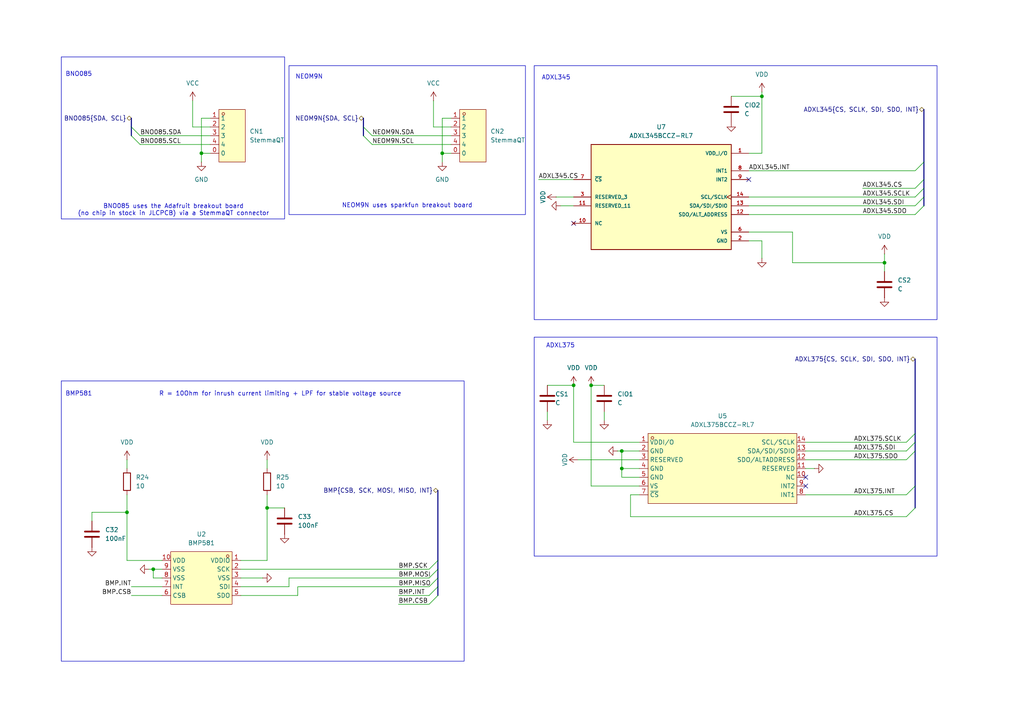
<source format=kicad_sch>
(kicad_sch (version 20250114) (generator "eeschema") (generator_version "9.0")
  (paper "A4")
  (lib_symbols
    (symbol "Device:C" (pin_numbers (hide yes)) (pin_names (offset 0.254))
      (property "Reference" "C" (at 0.635 2.54 0))
      (property "Value" "C" (at 0.635 -2.54 0))
      (symbol "C_0_1"
        (polyline (pts (xy -2.032 0.762) (xy 2.032 0.762)) (stroke (width 0.508)))
        (polyline (pts (xy -2.032 -0.762) (xy 2.032 -0.762)) (stroke (width 0.508)))
      )
      (symbol "C_1_1"
        (pin passive line (at 0 3.81 270) (length 2.794) (name "~") (number "1"))
        (pin passive line (at 0 -3.81 90) (length 2.794) (name "~") (number "2"))
      )
    )
    (symbol "Device:R" (pin_numbers (hide yes)) (pin_names (offset 0))
      (property "Reference" "R" (at 2.032 0 90))
      (property "Value" "R" (at 0 0 90))
      (symbol "R_0_1"
        (rectangle (start -1.016 -2.54) (end 1.016 2.54) (stroke (width 0.254)))
      )
      (symbol "R_1_1"
        (pin passive line (at 0 3.81 270) (length 1.27) (name "~") (number "1"))
        (pin passive line (at 0 -3.81 90) (length 1.27) (name "~") (number "2"))
      )
    )
    (symbol "aerolotl_custom:ADXL345BCCZ-RL7" (pin_names (offset 1.016))
      (property "Reference" "U" (at -20.32 15.748 0))
      (property "Value" "ADXL345BCCZ-RL7" (at -20.32 -17.78 0))
      (symbol "ADXL345BCCZ-RL7_0_0"
        (rectangle (start -20.32 -15.24) (end 20.32 15.24) (stroke (width 0.254)) (fill (type background)))
        (pin input line (at -25.4 5.08 0) (length 5.08) (name "~{CS}") (number "7"))
        (pin passive line (at -25.4 0 0) (length 5.08) (name "RESERVED_3") (number "3"))
        (pin passive line (at -25.4 -2.54 0) (length 5.08) (name "RESERVED_11") (number "11"))
        (pin no_connect line (at -25.4 -7.62 0) (length 5.08) (name "NC") (number "10"))
        (pin power_in line (at 25.4 12.7 180) (length 5.08) (name "VDD_I/O") (number "1"))
        (pin output line (at 25.4 7.62 180) (length 5.08) (name "INT1") (number "8"))
        (pin output line (at 25.4 5.08 180) (length 5.08) (name "INT2") (number "9"))
        (pin bidirectional clock (at 25.4 0 180) (length 5.08) (name "SCL/SCLK") (number "14"))
        (pin bidirectional line (at 25.4 -2.54 180) (length 5.08) (name "SDA/SDI/SDIO") (number "13"))
        (pin output line (at 25.4 -5.08 180) (length 5.08) (name "SDO/ALT_ADDRESS") (number "12"))
        (pin power_in line (at 25.4 -10.16 180) (length 5.08) (name "VS") (number "6"))
        (pin power_in line (at 25.4 -12.7 180) (length 5.08) (name "GND") (number "2"))
        (pin power_in line (at 25.4 -12.7 180) (length 5.08) (hide yes) (name "GND") (number "4"))
        (pin power_in line (at 25.4 -12.7 180) (length 5.08) (hide yes) (name "GND") (number "5"))
      )
    )
    (symbol "aerolotl_custom:ADXL375BCCZ-RL7"
      (property "Reference" "U" (at 0 12.7 0))
      (property "Value" "ADXL375BCCZ-RL7" (at 0 -12.7 0))
      (symbol "ADXL375BCCZ-RL7_0_1"
        (rectangle (start -21.59 10.16) (end 21.59 -10.16) (fill (type background)))
        (circle (center -20.32 8.89) (radius 0.38))
        (pin unspecified line (at -24.13 7.62 0) (length 2.54) (name "VDDI/O") (number "1"))
        (pin unspecified line (at -24.13 5.08 0) (length 2.54) (name "GND") (number "2"))
        (pin unspecified line (at -24.13 2.54 0) (length 2.54) (name "RESERVED") (number "3"))
        (pin unspecified line (at -24.13 0 0) (length 2.54) (name "GND") (number "4"))
        (pin unspecified line (at -24.13 -2.54 0) (length 2.54) (name "GND") (number "5"))
        (pin unspecified line (at -24.13 -5.08 0) (length 2.54) (name "VS") (number "6"))
        (pin unspecified line (at -24.13 -7.62 0) (length 2.54) (name "~{CS}") (number "7"))
        (pin unspecified line (at 24.13 7.62 180) (length 2.54) (name "SCL/SCLK") (number "14"))
        (pin unspecified line (at 24.13 5.08 180) (length 2.54) (name "SDA/SDI/SDIO") (number "13"))
        (pin unspecified line (at 24.13 2.54 180) (length 2.54) (name "SDO/ALTADDRESS") (number "12"))
        (pin unspecified line (at 24.13 0 180) (length 2.54) (name "RESERVED") (number "11"))
        (pin unspecified line (at 24.13 -2.54 180) (length 2.54) (name "NC") (number "10"))
        (pin unspecified line (at 24.13 -5.08 180) (length 2.54) (name "INT2") (number "9"))
        (pin unspecified line (at 24.13 -7.62 180) (length 2.54) (name "INT1") (number "8"))
      )
    )
    (symbol "aerolotl_custom:BMP581"
      (property "Reference" "U" (at 0 10.16 0))
      (property "Value" "BMP581" (at 0 -10.16 0))
      (symbol "BMP581_0_1"
        (rectangle (start -8.89 7.62) (end 8.89 -7.62) (fill (type background)))
        (circle (center -7.62 6.35) (radius 0.38))
        (pin unspecified line (at -11.43 5.08 0) (length 2.54) (name "VDDIO") (number "1"))
        (pin unspecified line (at -11.43 2.54 0) (length 2.54) (name "SCK") (number "2"))
        (pin unspecified line (at -11.43 0 0) (length 2.54) (name "VSS") (number "3"))
        (pin unspecified line (at -11.43 -2.54 0) (length 2.54) (name "SDI") (number "4"))
        (pin unspecified line (at -11.43 -5.08 0) (length 2.54) (name "SDO") (number "5"))
        (pin unspecified line (at 11.43 5.08 180) (length 2.54) (name "VDD") (number "10"))
        (pin unspecified line (at 11.43 2.54 180) (length 2.54) (name "VSS") (number "9"))
        (pin unspecified line (at 11.43 0 180) (length 2.54) (name "VSS") (number "8"))
        (pin unspecified line (at 11.43 -2.54 180) (length 2.54) (name "INT") (number "7"))
        (pin unspecified line (at 11.43 -5.08 180) (length 2.54) (name "CSB") (number "6"))
      )
    )
    (symbol "aerolotl_custom:StemmaQT"
      (property "Reference" "CN" (at 0 10.16 0))
      (property "Value" "StemmaQT" (at 0 -10.16 0))
      (symbol "StemmaQT_0_1"
        (rectangle (start -2.54 7.62) (end 5.08 -7.62) (fill (type background)))
        (circle (center -1.27 6.35) (radius 0.38))
        (pin unspecified line (at -5.08 5.08 0) (length 2.54) (name "1") (number "1"))
        (pin unspecified line (at -5.08 2.54 0) (length 2.54) (name "2") (number "2"))
        (pin unspecified line (at -5.08 0 0) (length 2.54) (name "3") (number "3"))
        (pin unspecified line (at -5.08 -2.54 0) (length 2.54) (name "4") (number "4"))
        (pin unspecified line (at -5.08 -5.08 0) (length 2.54) (name "0") (number "0"))
      )
    )
    (symbol "power:GND" (power) (pin_numbers (hide yes)) (pin_names (offset 0) (hide yes))
      (property "Value" "GND" (at 0 -3.81 0))
      (symbol "GND_0_1"
        (polyline (pts (xy 0 0) (xy 0 -1.27) (xy 1.27 -1.27) (xy 0 -2.54) (xy -1.27 -1.27) (xy 0 -1.27)))
      )
      (symbol "GND_1_1"
        (pin power_in line (at 0 0 270) (length 0) (name "~") (number "1"))
      )
    )
    (symbol "power:VCC" (power) (pin_numbers (hide yes)) (pin_names (offset 0) (hide yes))
      (property "Value" "VCC" (at 0 3.556 0))
      (symbol "VCC_0_1"
        (polyline (pts (xy -0.762 1.27) (xy 0 2.54)))
        (polyline (pts (xy 0 2.54) (xy 0.762 1.27)))
        (polyline (pts (xy 0 0) (xy 0 2.54)))
      )
      (symbol "VCC_1_1"
        (pin power_in line (at 0 0 90) (length 0) (name "~") (number "1"))
      )
    )
    (symbol "power:VDD" (power) (pin_numbers (hide yes)) (pin_names (offset 0) (hide yes))
      (property "Value" "VDD" (at 0 3.556 0))
      (symbol "VDD_0_1"
        (polyline (pts (xy -0.762 1.27) (xy 0 2.54)))
        (polyline (pts (xy 0 2.54) (xy 0.762 1.27)))
        (polyline (pts (xy 0 0) (xy 0 2.54)))
      )
      (symbol "VDD_1_1"
        (pin power_in line (at 0 0 90) (length 0) (name "~") (number "1"))
      )
    )
  )
  (rectangle (start 17.78 110.49) (end 134.62 191.77) (stroke (width 0.1524)))
  (rectangle (start 83.82 19.05) (end 152.4 62.23) (stroke (width 0.1524)))
  (rectangle (start 154.94 97.79) (end 271.78 161.29) (stroke (width 0.1524)))
  (rectangle (start 17.78 16.51) (end 82.55 63.5) (stroke (width 0.1524)))
  (rectangle (start 154.94 19.05) (end 271.78 92.71) (stroke (width 0.1524)))
  (text "NEOM9N" (at 89.662 22.352 0) (effects (font (size 1.27 1.27))))
  (text "ADXL375" (at 162.56 100.33 0) (effects (font (size 1.27 1.27))))
  (text "R = 10Ohm for inrush current limiting + LPF for stable voltage source" (at 81.28 114.3 0) (effects (font (size 1.27 1.27))))
  (text "BNO085" (at 22.86 21.59 0) (effects (font (size 1.27 1.27))))
  (text "NEOM9N uses sparkfun breakout board" (at 118.11 59.69 0) (effects (font (size 1.27 1.27))))
  (text "ADXL345" (at 161.29 22.606 0) (effects (font (size 1.27 1.27))))
  (text "BNO085 uses the Adafruit breakout board \n(no chip in stock in JLCPCB) via a StemmaQT connector " (at 50.8 60.96 0) (effects (font (size 1.27 1.27))))
  (text "BMP581" (at 22.86 114.3 0) (effects (font (size 1.27 1.27))))
  (junction (at 44.45 165.1))
  (junction (at 36.83 148.59))
  (junction (at 166.37 111.76))
  (junction (at 256.54 76.2))
  (junction (at 180.34 130.81))
  (junction (at 128.27 44.45))
  (junction (at 220.98 27.94))
  (junction (at 58.42 44.45))
  (junction (at 180.34 135.89))
  (junction (at 77.47 147.32))
  (junction (at 171.45 111.76))
  (no_connect (at 166.37 64.77))
  (no_connect (at 233.68 138.43))
  (no_connect (at 233.68 140.97))
  (no_connect (at 217.17 52.07))
  (bus_entry (at 127 167.64) (size -2.54 2.54))
  (bus_entry (at 267.97 54.61) (size -2.54 2.54))
  (bus_entry (at 265.43 125.73) (size -2.54 2.54))
  (bus_entry (at 105.41 36.83) (size 2.54 2.54))
  (bus_entry (at 38.1 39.37) (size 2.54 2.54))
  (bus_entry (at 267.97 59.69) (size -2.54 2.54))
  (bus_entry (at 265.43 147.32) (size -2.54 2.54))
  (bus_entry (at 105.41 39.37) (size 2.54 2.54))
  (bus_entry (at 265.43 128.27) (size -2.54 2.54))
  (bus_entry (at 127 170.18) (size -2.54 2.54))
  (bus_entry (at 127 165.1) (size -2.54 2.54))
  (bus_entry (at 267.97 46.99) (size -2.54 2.54))
  (bus_entry (at 38.1 36.83) (size 2.54 2.54))
  (bus_entry (at 267.97 57.15) (size -2.54 2.54))
  (bus_entry (at 127 162.56) (size -2.54 2.54))
  (bus_entry (at 265.43 130.81) (size -2.54 2.54))
  (bus_entry (at 267.97 52.07) (size -2.54 2.54))
  (bus_entry (at 127 172.72) (size -2.54 2.54))
  (bus_entry (at 265.43 140.97) (size -2.54 2.54))
  (wire (pts (xy 175.26 119.38) (xy 175.26 121.92)))
  (bus (pts (xy 38.1 36.83) (xy 38.1 39.37)))
  (bus (pts (xy 267.97 54.61) (xy 267.97 57.15)))
  (wire (pts (xy 38.1 172.72) (xy 46.99 172.72)))
  (wire (pts (xy 233.68 130.81) (xy 262.89 130.81)))
  (wire (pts (xy 44.45 165.1) (xy 46.99 165.1)))
  (wire (pts (xy 166.37 111.76) (xy 166.37 128.27)))
  (bus (pts (xy 265.43 104.14) (xy 265.43 125.73)))
  (bus (pts (xy 267.97 31.75) (xy 267.97 46.99)))
  (wire (pts (xy 36.83 143.51) (xy 36.83 148.59)))
  (wire (pts (xy 83.82 170.18) (xy 83.82 167.64)))
  (wire (pts (xy 125.73 29.21) (xy 125.73 36.83)))
  (wire (pts (xy 233.68 143.51) (xy 262.89 143.51)))
  (wire (pts (xy 60.96 34.29) (xy 58.42 34.29)))
  (wire (pts (xy 115.57 172.72) (xy 124.46 172.72)))
  (wire (pts (xy 77.47 162.56) (xy 69.85 162.56)))
  (wire (pts (xy 233.68 135.89) (xy 236.22 135.89)))
  (wire (pts (xy 128.27 44.45) (xy 128.27 46.99)))
  (bus (pts (xy 265.43 140.97) (xy 265.43 130.81)))
  (wire (pts (xy 77.47 147.32) (xy 77.47 162.56)))
  (wire (pts (xy 156.21 52.07) (xy 166.37 52.07)))
  (wire (pts (xy 55.88 36.83) (xy 60.96 36.83)))
  (wire (pts (xy 77.47 143.51) (xy 77.47 147.32)))
  (wire (pts (xy 40.64 41.91) (xy 60.96 41.91)))
  (wire (pts (xy 44.45 165.1) (xy 43.18 165.1)))
  (wire (pts (xy 128.27 34.29) (xy 128.27 44.45)))
  (bus (pts (xy 105.41 34.29) (xy 105.41 36.83)))
  (wire (pts (xy 162.56 59.69) (xy 166.37 59.69)))
  (bus (pts (xy 105.41 36.83) (xy 105.41 39.37)))
  (bus (pts (xy 127 165.1) (xy 127 167.64)))
  (bus (pts (xy 127 162.56) (xy 127 165.1)))
  (wire (pts (xy 185.42 138.43) (xy 180.34 138.43)))
  (bus (pts (xy 267.97 46.99) (xy 267.97 52.07)))
  (wire (pts (xy 220.98 26.67) (xy 220.98 27.94)))
  (wire (pts (xy 36.83 135.89) (xy 36.83 133.35)))
  (bus (pts (xy 38.1 34.29) (xy 38.1 36.83)))
  (wire (pts (xy 233.68 128.27) (xy 262.89 128.27)))
  (wire (pts (xy 229.87 76.2) (xy 256.54 76.2)))
  (wire (pts (xy 229.87 67.31) (xy 217.17 67.31)))
  (wire (pts (xy 180.34 135.89) (xy 185.42 135.89)))
  (wire (pts (xy 46.99 162.56) (xy 36.83 162.56)))
  (wire (pts (xy 229.87 76.2) (xy 229.87 67.31)))
  (wire (pts (xy 69.85 172.72) (xy 86.36 172.72)))
  (bus (pts (xy 265.43 125.73) (xy 265.43 128.27)))
  (wire (pts (xy 86.36 170.18) (xy 124.46 170.18)))
  (wire (pts (xy 55.88 29.21) (xy 55.88 36.83)))
  (wire (pts (xy 130.81 34.29) (xy 128.27 34.29)))
  (wire (pts (xy 180.34 138.43) (xy 180.34 135.89)))
  (wire (pts (xy 77.47 133.35) (xy 77.47 135.89)))
  (wire (pts (xy 58.42 44.45) (xy 60.96 44.45)))
  (wire (pts (xy 166.37 128.27) (xy 185.42 128.27)))
  (wire (pts (xy 265.43 49.53) (xy 217.17 49.53)))
  (wire (pts (xy 212.09 27.94) (xy 220.98 27.94)))
  (wire (pts (xy 128.27 44.45) (xy 130.81 44.45)))
  (wire (pts (xy 46.99 167.64) (xy 44.45 167.64)))
  (wire (pts (xy 179.07 130.81) (xy 180.34 130.81)))
  (wire (pts (xy 69.85 167.64) (xy 76.2 167.64)))
  (wire (pts (xy 107.95 41.91) (xy 130.81 41.91)))
  (wire (pts (xy 44.45 167.64) (xy 44.45 165.1)))
  (bus (pts (xy 127 167.64) (xy 127 170.18)))
  (wire (pts (xy 217.17 44.45) (xy 220.98 44.45)))
  (wire (pts (xy 256.54 78.74) (xy 256.54 76.2)))
  (wire (pts (xy 38.1 170.18) (xy 46.99 170.18)))
  (wire (pts (xy 256.54 73.66) (xy 256.54 76.2)))
  (wire (pts (xy 233.68 133.35) (xy 262.89 133.35)))
  (wire (pts (xy 115.57 175.26) (xy 124.46 175.26)))
  (wire (pts (xy 83.82 167.64) (xy 124.46 167.64)))
  (wire (pts (xy 180.34 135.89) (xy 180.34 130.81)))
  (wire (pts (xy 26.67 148.59) (xy 26.67 151.13)))
  (wire (pts (xy 125.73 36.83) (xy 130.81 36.83)))
  (bus (pts (xy 265.43 128.27) (xy 265.43 130.81)))
  (wire (pts (xy 161.29 57.15) (xy 166.37 57.15)))
  (wire (pts (xy 158.75 119.38) (xy 158.75 121.92)))
  (wire (pts (xy 182.88 149.86) (xy 182.88 143.51)))
  (bus (pts (xy 267.97 52.07) (xy 267.97 54.61)))
  (wire (pts (xy 36.83 148.59) (xy 36.83 162.56)))
  (wire (pts (xy 77.47 147.32) (xy 82.55 147.32)))
  (wire (pts (xy 26.67 148.59) (xy 36.83 148.59)))
  (wire (pts (xy 69.85 165.1) (xy 124.46 165.1)))
  (wire (pts (xy 58.42 34.29) (xy 58.42 44.45)))
  (wire (pts (xy 167.64 133.35) (xy 185.42 133.35)))
  (bus (pts (xy 267.97 57.15) (xy 267.97 59.69)))
  (wire (pts (xy 217.17 59.69) (xy 265.43 59.69)))
  (wire (pts (xy 171.45 111.76) (xy 175.26 111.76)))
  (wire (pts (xy 217.17 69.85) (xy 220.98 69.85)))
  (bus (pts (xy 127 170.18) (xy 127 172.72)))
  (wire (pts (xy 220.98 27.94) (xy 220.98 44.45)))
  (wire (pts (xy 40.64 39.37) (xy 60.96 39.37)))
  (wire (pts (xy 171.45 111.76) (xy 171.45 140.97)))
  (wire (pts (xy 250.19 54.61) (xy 265.43 54.61)))
  (bus (pts (xy 127 142.24) (xy 127 162.56)))
  (wire (pts (xy 180.34 130.81) (xy 185.42 130.81)))
  (wire (pts (xy 220.98 69.85) (xy 220.98 74.93)))
  (wire (pts (xy 107.95 39.37) (xy 130.81 39.37)))
  (wire (pts (xy 158.75 111.76) (xy 166.37 111.76)))
  (wire (pts (xy 182.88 149.86) (xy 262.89 149.86)))
  (wire (pts (xy 182.88 143.51) (xy 185.42 143.51)))
  (wire (pts (xy 86.36 172.72) (xy 86.36 170.18)))
  (wire (pts (xy 217.17 62.23) (xy 265.43 62.23)))
  (wire (pts (xy 69.85 170.18) (xy 83.82 170.18)))
  (bus (pts (xy 265.43 147.32) (xy 265.43 140.97)))
  (wire (pts (xy 217.17 57.15) (xy 265.43 57.15)))
  (wire (pts (xy 171.45 140.97) (xy 185.42 140.97)))
  (wire (pts (xy 58.42 44.45) (xy 58.42 46.99)))
  (label "ADXL345.CS" (at 156.21 52.07 0))
  (label "ADXL345.SCLK" (at 250.19 57.15 0))
  (label "ADXL375.SCLK" (at 247.65 128.27 0))
  (label "BMP.MOSI" (at 115.57 167.64 0))
  (label "ADXL345.SDI" (at 250.19 59.69 0))
  (label "ADXL375.SDO" (at 247.65 133.35 0))
  (label "BNO085.SDA" (at 40.64 39.37 0))
  (label "BNO085.SCL" (at 40.64 41.91 0))
  (label "ADXL345.SDO" (at 250.19 62.23 0))
  (label "ADXL345.CS" (at 250.19 54.61 0))
  (label "BMP.INT" (at 38.1 170.18 180))
  (label "ADXL375.INT" (at 247.65 143.51 0))
  (label "ADXL375.SDI" (at 247.65 130.81 0))
  (label "ADXL375.CS" (at 247.65 149.86 0))
  (label "BMP.SCK" (at 115.57 165.1 0))
  (label "ADXL345.INT" (at 217.17 49.53 0))
  (label "BMP.MISO" (at 115.57 170.18 0))
  (label "BMP.CSB" (at 115.57 175.26 0))
  (label "NEOM9N.SDA" (at 107.95 39.37 0))
  (label "BMP.CSB" (at 38.1 172.72 180))
  (label "BMP.INT" (at 115.57 172.72 0))
  (label "NEOM9N.SCL" (at 107.95 41.91 0))
  (hierarchical_label "ADXL375{CS, SCLK, SDI, SDO, INT}" (shape bidirectional) (at 265.43 104.14 180))
  (hierarchical_label "BNO085{SDA, SCL}" (shape bidirectional) (at 38.1 34.29 180))
  (hierarchical_label "ADXL345{CS, SCLK, SDI, SDO, INT}" (shape bidirectional) (at 267.97 31.75 180))
  (hierarchical_label "NEOM9N{SDA, SCL}" (shape bidirectional) (at 105.41 34.29 180))
  (hierarchical_label "BMP{CSB, SCK, MOSI, MISO, INT}" (shape bidirectional) (at 127 142.24 180))
  (symbol (lib_id "power:VDD") (at 220.98 26.67 0) (unit 1)
    (property "Reference" "#PWR055" (effects (hide yes)))
    (property "Value" "VDD" (at 220.98 21.59 0))
    (property "Description" "Power symbol creates a global label with name \"VDD\"" (effects (hide yes)))
  )
  (symbol (lib_id "power:GND") (at 236.22 135.89 90) (unit 1)
    (property "Reference" "#PWR092" (effects (hide yes)))
    (property "Value" "GND" (effects (hide yes)))
    (property "Description" "Power symbol creates a global label with name \"GND\" , ground" (effects (hide yes)))
  )
  (symbol (lib_id "Device:C") (at 26.67 154.94 0) (unit 1)
    (property "Reference" "C32" (at 30.48 153.6699 0) (effects (justify left)))
    (property "Value" "100nF" (at 30.48 156.2099 0) (effects (justify left)))
    (property "Description" "Unpolarized capacitor" (effects (hide yes)))
  )
  (symbol (lib_id "power:GND") (at 212.09 35.56 0) (unit 1)
    (property "Reference" "#PWR058" (effects (hide yes)))
    (property "Value" "GND" (effects (hide yes)))
    (property "Description" "Power symbol creates a global label with name \"GND\" , ground" (effects (hide yes)))
  )
  (symbol (lib_id "power:GND") (at 175.26 121.92 0) (unit 1)
    (property "Reference" "#PWR088" (effects (hide yes)))
    (property "Value" "GND" (effects (hide yes)))
    (property "Description" "Power symbol creates a global label with name \"GND\" , ground" (effects (hide yes)))
  )
  (symbol (lib_id "Device:C") (at 256.54 82.55 0) (unit 1)
    (property "Reference" "CS2" (at 260.35 81.2799 0) (effects (justify left)))
    (property "Value" "C" (at 260.35 83.8199 0) (effects (justify left)))
    (property "Description" "Unpolarized capacitor" (effects (hide yes)))
  )
  (symbol (lib_id "power:GND") (at 179.07 130.81 270) (unit 1)
    (property "Reference" "#PWR062" (effects (hide yes)))
    (property "Value" "GND" (effects (hide yes)))
    (property "Description" "Power symbol creates a global label with name \"GND\" , ground" (effects (hide yes)))
  )
  (symbol (lib_id "aerolotl_custom:ADXL345BCCZ-RL7") (at 191.77 57.15 0) (unit 1)
    (property "Reference" "U7" (at 191.77 36.83 0))
    (property "Value" "ADXL345BCCZ-RL7" (at 191.77 39.37 0))
    (property "Footprint" "aerolotl_custom:ADXL345" (effects (hide yes)))
    (property "MF" "Analog Devices" (effects (hide yes)))
    (property "SNAPEDA_PACKAGE_ID" "105924" (effects (hide yes)))
    (property "MAXIMUM_PACKAGE_HEIGHT" "1 mm" (effects (hide yes)))
    (property "Price" "None" (effects (hide yes)))
    (property "Package" "LGA -14 Analog Devices" (effects (hide yes)))
    (property "Check_prices" "https://www.snapeda.com/parts/ADXL345BCCZ-RL7/Analog+Devices/view-part/?ref=eda" (effects (hide yes)))
    (property "STANDARD" "IPC 7351B" (effects (hide yes)))
    (property "PARTREV" "B" (effects (hide yes)))
    (property "SnapEDA_Link" "https://www.snapeda.com/parts/ADXL345BCCZ-RL7/Analog+Devices/view-part/?ref=snap" (effects (hide yes)))
    (property "MP" "ADXL345BCCZ-RL7" (effects (hide yes)))
    (property "Description_1" "3-Axis, ±2 g/±4 g/±8 g/±16 g Digital Accelerometer" (effects (hide yes)))
    (property "MANUFACTURER" "Analog Devices" (effects (hide yes)))
    (property "Availability" "In Stock" (effects (hide yes)))
    (property "SNAPEDA_PN" "ADXL345BCCZ-RL7" (effects (hide yes)))
  )
  (symbol (lib_id "power:VDD") (at 36.83 133.35 0) (unit 1)
    (property "Reference" "#PWR048" (effects (hide yes)))
    (property "Value" "VDD" (at 36.83 128.27 0))
    (property "Description" "Power symbol creates a global label with name \"VDD\"" (effects (hide yes)))
  )
  (symbol (lib_id "Device:C") (at 212.09 31.75 0) (unit 1)
    (property "Reference" "CIO2" (at 215.9 30.4799 0) (effects (justify left)))
    (property "Value" "C" (at 215.9 33.0199 0) (effects (justify left)))
    (property "Description" "Unpolarized capacitor" (effects (hide yes)))
  )
  (symbol (lib_id "Device:R") (at 36.83 139.7 0) (unit 1)
    (property "Reference" "R24" (at 39.37 138.4299 0) (effects (justify left)))
    (property "Value" "10" (at 39.37 140.9699 0) (effects (justify left)))
    (property "Description" "Resistor" (effects (hide yes)))
  )
  (symbol (lib_id "power:GND") (at 26.67 158.75 0) (unit 1)
    (property "Reference" "#PWR050" (effects (hide yes)))
    (property "Value" "GND" (effects (hide yes)))
    (property "Description" "Power symbol creates a global label with name \"GND\" , ground" (effects (hide yes)))
  )
  (symbol (lib_id "power:VDD") (at 161.29 57.15 90) (unit 1)
    (property "Reference" "#PWR090" (effects (hide yes)))
    (property "Value" "VDD" (at 157.48 57.15 0))
    (property "Description" "Power symbol creates a global label with name \"VDD\"" (effects (hide yes)))
  )
  (symbol (lib_id "Device:R") (at 77.47 139.7 0) (unit 1)
    (property "Reference" "R25" (at 80.01 138.4299 0) (effects (justify left)))
    (property "Value" "10" (at 80.01 140.9699 0) (effects (justify left)))
    (property "Description" "Resistor" (effects (hide yes)))
  )
  (symbol (lib_id "power:VDD") (at 256.54 73.66 0) (unit 1)
    (property "Reference" "#PWR057" (effects (hide yes)))
    (property "Value" "VDD" (at 256.54 68.58 0))
    (property "Description" "Power symbol creates a global label with name \"VDD\"" (effects (hide yes)))
  )
  (symbol (lib_id "Device:C") (at 158.75 115.57 0) (unit 1)
    (property "Reference" "CS1" (at 161.036 114.3 0) (effects (justify left)))
    (property "Value" "C" (at 161.036 116.84 0) (effects (justify left)))
    (property "Description" "Unpolarized capacitor" (effects (hide yes)))
  )
  (symbol (lib_id "Device:C") (at 175.26 115.57 0) (unit 1)
    (property "Reference" "CIO1" (at 179.07 114.2999 0) (effects (justify left)))
    (property "Value" "C" (at 179.07 116.8399 0) (effects (justify left)))
    (property "Description" "Unpolarized capacitor" (effects (hide yes)))
  )
  (symbol (lib_id "power:VDD") (at 166.37 111.76 0) (unit 1)
    (property "Reference" "#PWR061" (effects (hide yes)))
    (property "Value" "VDD" (at 166.37 106.68 0))
    (property "Description" "Power symbol creates a global label with name \"VDD\"" (effects (hide yes)))
  )
  (symbol (lib_id "power:GND") (at 158.75 121.92 0) (unit 1)
    (property "Reference" "#PWR087" (effects (hide yes)))
    (property "Value" "GND" (effects (hide yes)))
    (property "Description" "Power symbol creates a global label with name \"GND\" , ground" (effects (hide yes)))
  )
  (symbol (lib_id "power:VCC") (at 125.73 29.21 0) (unit 1)
    (property "Reference" "#PWR053" (effects (hide yes)))
    (property "Value" "VCC" (at 125.73 24.13 0))
    (property "Description" "Power symbol creates a global label with name \"VCC\"" (effects (hide yes)))
  )
  (symbol (lib_id "power:GND") (at 256.54 86.36 0) (unit 1)
    (property "Reference" "#PWR059" (effects (hide yes)))
    (property "Value" "GND" (effects (hide yes)))
    (property "Description" "Power symbol creates a global label with name \"GND\" , ground" (effects (hide yes)))
  )
  (symbol (lib_id "power:GND") (at 76.2 167.64 90) (unit 1)
    (property "Reference" "#PWR086" (effects (hide yes)))
    (property "Value" "GND" (effects (hide yes)))
    (property "Description" "Power symbol creates a global label with name \"GND\" , ground" (effects (hide yes)))
  )
  (symbol (lib_id "power:GND") (at 162.56 59.69 270) (unit 1)
    (property "Reference" "#PWR089" (effects (hide yes)))
    (property "Value" "GND" (effects (hide yes)))
    (property "Description" "Power symbol creates a global label with name \"GND\" , ground" (effects (hide yes)))
  )
  (symbol (lib_id "Device:C") (at 82.55 151.13 0) (unit 1)
    (property "Reference" "C33" (at 86.36 149.8599 0) (effects (justify left)))
    (property "Value" "100nF" (at 86.36 152.3999 0) (effects (justify left)))
    (property "Description" "Unpolarized capacitor" (effects (hide yes)))
  )
  (symbol (lib_id "power:GND") (at 58.42 46.99 0) (unit 1)
    (property "Reference" "#PWR047" (effects (hide yes)))
    (property "Value" "GND" (at 58.42 52.07 0))
    (property "Description" "Power symbol creates a global label with name \"GND\" , ground" (effects (hide yes)))
  )
  (symbol (lib_id "aerolotl_custom:BMP581") (at 58.42 167.64 0) (mirror y) (unit 1)
    (property "Reference" "U2" (at 58.42 154.94 0))
    (property "Value" "BMP581" (at 58.42 157.48 0))
    (property "Footprint" "aerolotl_custom:LGA-10_L2.0-W2.0-P0.50-TL_BMP581" (effects (hide yes)))
    (property "LCSC Part" "C5362283" (effects (hide yes)))
  )
  (symbol (lib_id "aerolotl_custom:StemmaQT") (at 66.04 39.37 0) (unit 1)
    (property "Reference" "CN1" (at 72.39 38.0999 0) (effects (justify left)))
    (property "Value" "StemmaQT" (at 72.39 40.6399 0) (effects (justify left)))
    (property "Footprint" "aerolotl_custom:CONN-SMD_BM04B-SRSS-TB" (effects (hide yes)))
    (property "Datasheet" "https://lcsc.com/product-detail/Others_JST-Sales-America__JST-Sales-America-BM04B-SRSS-TB-LF-SN_C160390.html" (effects (hide yes)))
    (property "LCSC Part" "C160390" (effects (hide yes)))
  )
  (symbol (lib_id "aerolotl_custom:ADXL375BCCZ-RL7") (at 209.55 135.89 0) (unit 1)
    (property "Reference" "U5" (at 209.55 120.65 0))
    (property "Value" "ADXL375BCCZ-RL7" (at 209.55 123.19 0))
    (property "Footprint" "aerolotl_custom:LGA-14_L5.0-W3.0-P0.80-BL" (effects (hide yes)))
    (property "Datasheet" "https://lcsc.com/product-detail/New-Arrivals_Analog-Devices-ADI-ADXL375BCCZ-RL7_C481898.html" (effects (hide yes)))
    (property "LCSC Part" "C481898" (effects (hide yes)))
  )
  (symbol (lib_id "power:GND") (at 128.27 46.99 0) (unit 1)
    (property "Reference" "#PWR054" (effects (hide yes)))
    (property "Value" "GND" (at 128.27 52.07 0))
    (property "Description" "Power symbol creates a global label with name \"GND\" , ground" (effects (hide yes)))
  )
  (symbol (lib_id "power:VDD") (at 77.47 133.35 0) (unit 1)
    (property "Reference" "#PWR049" (effects (hide yes)))
    (property "Value" "VDD" (at 77.47 128.27 0))
    (property "Description" "Power symbol creates a global label with name \"VDD\"" (effects (hide yes)))
  )
  (symbol (lib_id "aerolotl_custom:StemmaQT") (at 135.89 39.37 0) (unit 1)
    (property "Reference" "CN2" (at 142.24 38.0999 0) (effects (justify left)))
    (property "Value" "StemmaQT" (at 142.24 40.6399 0) (effects (justify left)))
    (property "Footprint" "aerolotl_custom:CONN-SMD_BM04B-SRSS-TB" (effects (hide yes)))
    (property "Datasheet" "https://lcsc.com/product-detail/Others_JST-Sales-America__JST-Sales-America-BM04B-SRSS-TB-LF-SN_C160390.html" (effects (hide yes)))
    (property "LCSC Part" "C160390" (effects (hide yes)))
  )
  (symbol (lib_id "power:VCC") (at 55.88 29.21 0) (unit 1)
    (property "Reference" "#PWR034" (effects (hide yes)))
    (property "Value" "VCC" (at 55.88 24.13 0))
    (property "Description" "Power symbol creates a global label with name \"VCC\"" (effects (hide yes)))
  )
  (symbol (lib_id "power:VDD") (at 167.64 133.35 90) (unit 1)
    (property "Reference" "#PWR091" (effects (hide yes)))
    (property "Value" "VDD" (at 163.83 133.35 0))
    (property "Description" "Power symbol creates a global label with name \"VDD\"" (effects (hide yes)))
  )
  (symbol (lib_id "power:VDD") (at 171.45 111.76 0) (unit 1)
    (property "Reference" "#PWR060" (effects (hide yes)))
    (property "Value" "VDD" (at 171.45 106.68 0))
    (property "Description" "Power symbol creates a global label with name \"VDD\"" (effects (hide yes)))
  )
  (symbol (lib_id "power:GND") (at 43.18 165.1 270) (unit 1)
    (property "Reference" "#PWR052" (effects (hide yes)))
    (property "Value" "GND" (effects (hide yes)))
    (property "Description" "Power symbol creates a global label with name \"GND\" , ground" (effects (hide yes)))
  )
  (symbol (lib_id "power:GND") (at 82.55 154.94 0) (unit 1)
    (property "Reference" "#PWR051" (effects (hide yes)))
    (property "Value" "GND" (effects (hide yes)))
    (property "Description" "Power symbol creates a global label with name \"GND\" , ground" (effects (hide yes)))
  )
  (symbol (lib_id "power:GND") (at 220.98 74.93 0) (unit 1)
    (property "Reference" "#PWR056" (effects (hide yes)))
    (property "Value" "GND" (effects (hide yes)))
    (property "Description" "Power symbol creates a global label with name \"GND\" , ground" (effects (hide yes)))
  )
)
</source>
